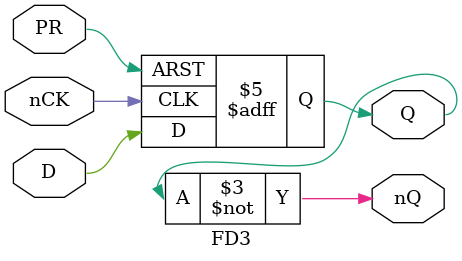
<source format=v>


`timescale 1ns/100ps

module FD3(
	input nCK,
	input D,
	input PR,
	output reg Q = 1'b0,
	output nQ
);

	always @(negedge nCK or negedge PR) begin	// Posedge ?
		if (!PR)
			Q <= 1'b1;	// tmax = 5.2ns
		else
			Q <= D;		// tmax = 5.4ns
	end
	
	assign nQ = ~Q;

endmodule

</source>
